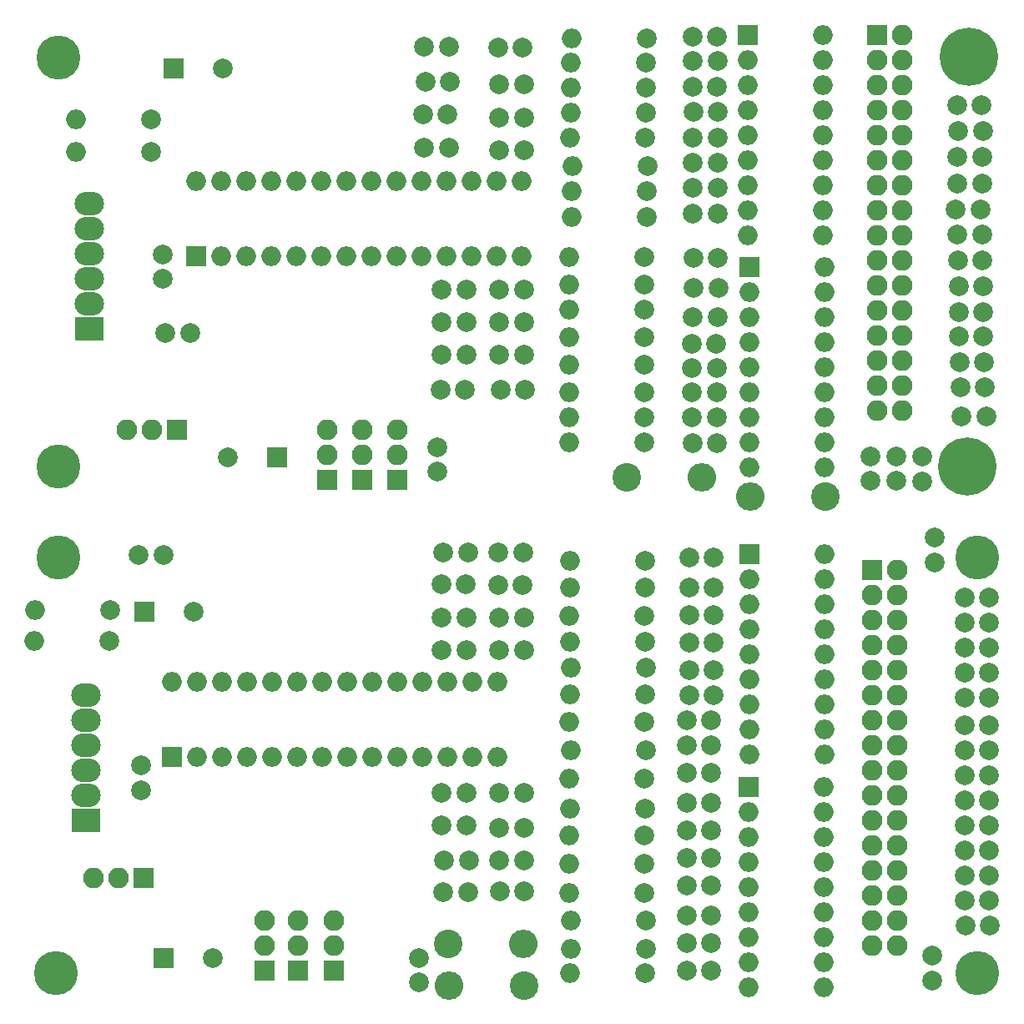
<source format=gbr>
G04 #@! TF.FileFunction,Soldermask,Bot*
%FSLAX46Y46*%
G04 Gerber Fmt 4.6, Leading zero omitted, Abs format (unit mm)*
G04 Created by KiCad (PCBNEW 4.0.7) date 09/10/18 17:49:30*
%MOMM*%
%LPD*%
G01*
G04 APERTURE LIST*
%ADD10C,0.100000*%
%ADD11C,2.000000*%
%ADD12R,2.000000X2.000000*%
%ADD13O,2.000000X2.000000*%
%ADD14R,2.100000X2.100000*%
%ADD15O,2.100000X2.100000*%
%ADD16C,4.464000*%
%ADD17C,5.900000*%
%ADD18C,2.900000*%
%ADD19O,2.900000X2.900000*%
%ADD20R,3.000000X2.400000*%
%ADD21O,3.000000X2.400000*%
G04 APERTURE END LIST*
D10*
D11*
X118618000Y-115214400D03*
X121118000Y-115214400D03*
D12*
X124714000Y-74320400D03*
D13*
X132334000Y-94640400D03*
X124714000Y-76860400D03*
X132334000Y-92100400D03*
X124714000Y-79400400D03*
X132334000Y-89560400D03*
X124714000Y-81940400D03*
X132334000Y-87020400D03*
X124714000Y-84480400D03*
X132334000Y-84480400D03*
X124714000Y-87020400D03*
X132334000Y-81940400D03*
X124714000Y-89560400D03*
X132334000Y-79400400D03*
X124714000Y-92100400D03*
X132334000Y-76860400D03*
X124714000Y-94640400D03*
X132334000Y-74320400D03*
D12*
X124561600Y-50850800D03*
D13*
X132181600Y-71170800D03*
X124561600Y-53390800D03*
X132181600Y-68630800D03*
X124561600Y-55930800D03*
X132181600Y-66090800D03*
X124561600Y-58470800D03*
X132181600Y-63550800D03*
X124561600Y-61010800D03*
X132181600Y-61010800D03*
X124561600Y-63550800D03*
X132181600Y-58470800D03*
X124561600Y-66090800D03*
X132181600Y-55930800D03*
X124561600Y-68630800D03*
X132181600Y-53390800D03*
X124561600Y-71170800D03*
X132181600Y-50850800D03*
D11*
X94234000Y-51968400D03*
X91734000Y-51968400D03*
X101727000Y-52095400D03*
X99227000Y-52095400D03*
X94361000Y-55524400D03*
X91861000Y-55524400D03*
X101854000Y-55778400D03*
X99354000Y-55778400D03*
X94107000Y-58826400D03*
X91607000Y-58826400D03*
X101854000Y-59207400D03*
X99354000Y-59207400D03*
X94234000Y-62255400D03*
X91734000Y-62255400D03*
X101854000Y-62509400D03*
X99354000Y-62509400D03*
D12*
X76835000Y-93624400D03*
D11*
X71835000Y-93624400D03*
D14*
X88963500Y-95973900D03*
D15*
X88963500Y-93433900D03*
X88963500Y-90893900D03*
D14*
X85407500Y-95973900D03*
D15*
X85407500Y-93433900D03*
X85407500Y-90893900D03*
D14*
X66608960Y-90860880D03*
D15*
X64068960Y-90860880D03*
X61528960Y-90860880D03*
D11*
X63982600Y-59400440D03*
D13*
X56362600Y-59400440D03*
D16*
X54632000Y-53076400D03*
X54632000Y-94576400D03*
D17*
X147000000Y-53000000D03*
D11*
X63982600Y-62697360D03*
D13*
X56362600Y-62697360D03*
D11*
X67970400Y-81026000D03*
X65470400Y-81026000D03*
X65227200Y-75539600D03*
X65227200Y-73039600D03*
X101854000Y-79908400D03*
X99354000Y-79908400D03*
X96012000Y-79908400D03*
X93512000Y-79908400D03*
X118948200Y-50939700D03*
X121448200Y-50939700D03*
X101854000Y-83210400D03*
X99354000Y-83210400D03*
X118986300Y-53454300D03*
X121486300Y-53454300D03*
X96012000Y-83210400D03*
X93512000Y-83210400D03*
X118948200Y-56083200D03*
X121448200Y-56083200D03*
X101981000Y-86766400D03*
X99481000Y-86766400D03*
D14*
X81851500Y-95910400D03*
D15*
X81851500Y-93370400D03*
X81851500Y-90830400D03*
D12*
X68564760Y-73258680D03*
D13*
X101584760Y-65638680D03*
X71104760Y-73258680D03*
X99044760Y-65638680D03*
X73644760Y-73258680D03*
X96504760Y-65638680D03*
X76184760Y-73258680D03*
X93964760Y-65638680D03*
X78724760Y-73258680D03*
X91424760Y-65638680D03*
X81264760Y-73258680D03*
X88884760Y-65638680D03*
X83804760Y-73258680D03*
X86344760Y-65638680D03*
X86344760Y-73258680D03*
X83804760Y-65638680D03*
X88884760Y-73258680D03*
X81264760Y-65638680D03*
X91424760Y-73258680D03*
X78724760Y-65638680D03*
X93964760Y-73258680D03*
X76184760Y-65638680D03*
X96504760Y-73258680D03*
X73644760Y-65638680D03*
X99044760Y-73258680D03*
X71104760Y-65638680D03*
X101584760Y-73258680D03*
X68564760Y-65638680D03*
D11*
X114330480Y-51130200D03*
D13*
X106710480Y-51130200D03*
D11*
X114261900Y-53644800D03*
D13*
X106641900Y-53644800D03*
D11*
X114261900Y-56121300D03*
D13*
X106641900Y-56121300D03*
D11*
X114218720Y-58701940D03*
D13*
X106598720Y-58701940D03*
D11*
X114185700Y-61188600D03*
D13*
X106565700Y-61188600D03*
D11*
X114376200Y-64084200D03*
D13*
X106756200Y-64084200D03*
D11*
X114274600Y-66664840D03*
D13*
X106654600Y-66664840D03*
D11*
X114300000Y-69265800D03*
D13*
X106680000Y-69265800D03*
D11*
X114046000Y-73304400D03*
D13*
X106426000Y-73304400D03*
D11*
X114046000Y-76098400D03*
D13*
X106426000Y-76098400D03*
D11*
X114046000Y-78638400D03*
D13*
X106426000Y-78638400D03*
D11*
X114046000Y-81432400D03*
D13*
X106426000Y-81432400D03*
D11*
X114046000Y-84226400D03*
D13*
X106426000Y-84226400D03*
D11*
X114046000Y-89560400D03*
D13*
X106426000Y-89560400D03*
D11*
X114046000Y-92100400D03*
D13*
X106426000Y-92100400D03*
D18*
X112268000Y-95656400D03*
D19*
X119888000Y-95656400D03*
D11*
X114046000Y-87020400D03*
D13*
X106426000Y-87020400D03*
D14*
X137693400Y-50800000D03*
D15*
X140233400Y-50800000D03*
X137693400Y-53340000D03*
X140233400Y-53340000D03*
X137693400Y-55880000D03*
X140233400Y-55880000D03*
X137693400Y-58420000D03*
X140233400Y-58420000D03*
X137693400Y-60960000D03*
X140233400Y-60960000D03*
X137693400Y-63500000D03*
X140233400Y-63500000D03*
X137693400Y-66040000D03*
X140233400Y-66040000D03*
X137693400Y-68580000D03*
X140233400Y-68580000D03*
X137693400Y-71120000D03*
X140233400Y-71120000D03*
X137693400Y-73660000D03*
X140233400Y-73660000D03*
X137693400Y-76200000D03*
X140233400Y-76200000D03*
X137693400Y-78740000D03*
X140233400Y-78740000D03*
X137693400Y-81280000D03*
X140233400Y-81280000D03*
X137693400Y-83820000D03*
X140233400Y-83820000D03*
X137693400Y-86360000D03*
X140233400Y-86360000D03*
X137693400Y-88900000D03*
X140233400Y-88900000D03*
D20*
X57779920Y-80634840D03*
D21*
X57779920Y-78094840D03*
X57779920Y-75554840D03*
X57779920Y-73014840D03*
X57779920Y-70474840D03*
X57779920Y-67934840D03*
D12*
X66319400Y-54229000D03*
D11*
X71319400Y-54229000D03*
X96012000Y-76606400D03*
X93512000Y-76606400D03*
X119024400Y-58635900D03*
X121524400Y-58635900D03*
X95885000Y-86766400D03*
X93385000Y-86766400D03*
X118999000Y-61244480D03*
X121499000Y-61244480D03*
X118999000Y-63789560D03*
X121499000Y-63789560D03*
X118968520Y-66273680D03*
X121468520Y-66273680D03*
X118968520Y-68955920D03*
X121468520Y-68955920D03*
X119014240Y-73436480D03*
X121514240Y-73436480D03*
X119054880Y-76443840D03*
X121554880Y-76443840D03*
X118973600Y-79400400D03*
X121473600Y-79400400D03*
X118872000Y-82105500D03*
X121372000Y-82105500D03*
X118917720Y-84612480D03*
X121417720Y-84612480D03*
X118910100Y-87058500D03*
X121410100Y-87058500D03*
X118910100Y-89573100D03*
X121410100Y-89573100D03*
X118943120Y-92232480D03*
X121443120Y-92232480D03*
X145796000Y-57937400D03*
X148296000Y-57937400D03*
X145897600Y-60528200D03*
X148397600Y-60528200D03*
X145846800Y-63195200D03*
X148346800Y-63195200D03*
D17*
X146812000Y-94615000D03*
D18*
X132400040Y-97652840D03*
D19*
X124780040Y-97652840D03*
D11*
X93091000Y-92608400D03*
X93091000Y-95108400D03*
X101854000Y-76606400D03*
X99354000Y-76606400D03*
X145846800Y-65887600D03*
X148346800Y-65887600D03*
X145681700Y-68503800D03*
X148181700Y-68503800D03*
X145846800Y-71081900D03*
X148346800Y-71081900D03*
X145884900Y-73647300D03*
X148384900Y-73647300D03*
X145961100Y-76276200D03*
X148461100Y-76276200D03*
X145961100Y-78905100D03*
X148461100Y-78905100D03*
X145961100Y-81381600D03*
X148461100Y-81381600D03*
X146037300Y-83972400D03*
X148537300Y-83972400D03*
X146126200Y-86563200D03*
X148626200Y-86563200D03*
X146240500Y-89522300D03*
X148740500Y-89522300D03*
X142227300Y-93573600D03*
X142227300Y-96073600D03*
X139649200Y-93548200D03*
X139649200Y-96048200D03*
X137017760Y-93543120D03*
X137017760Y-96043120D03*
X62992000Y-127406400D03*
X62992000Y-124906400D03*
X65278000Y-103530400D03*
X62778000Y-103530400D03*
X91186000Y-144424400D03*
X91186000Y-146924400D03*
D12*
X65278000Y-144424400D03*
D11*
X70278000Y-144424400D03*
D12*
X63382000Y-109326400D03*
D11*
X68382000Y-109326400D03*
X96164400Y-103327200D03*
X93664400Y-103327200D03*
X101752400Y-103327200D03*
X99252400Y-103327200D03*
X95961200Y-106527600D03*
X93461200Y-106527600D03*
X101701600Y-106578400D03*
X99201600Y-106578400D03*
X96012000Y-109931200D03*
X93512000Y-109931200D03*
X101854000Y-109880400D03*
X99354000Y-109880400D03*
X96012000Y-113182400D03*
X93512000Y-113182400D03*
X101854000Y-113182400D03*
X99354000Y-113182400D03*
X101854000Y-127660400D03*
X99354000Y-127660400D03*
X96012000Y-127660400D03*
X93512000Y-127660400D03*
X101854000Y-131216400D03*
X99354000Y-131216400D03*
X96012000Y-130962400D03*
X93512000Y-130962400D03*
X118618000Y-103784400D03*
X121118000Y-103784400D03*
X101854000Y-134518400D03*
X99354000Y-134518400D03*
X118618000Y-106832400D03*
X121118000Y-106832400D03*
X96266000Y-134518400D03*
X93766000Y-134518400D03*
X118618000Y-109626400D03*
X121118000Y-109626400D03*
X101904800Y-137718800D03*
X99404800Y-137718800D03*
X118618000Y-112420400D03*
X121118000Y-112420400D03*
X96164400Y-137769600D03*
X93664400Y-137769600D03*
X118618000Y-117754400D03*
X121118000Y-117754400D03*
X118364000Y-120294400D03*
X120864000Y-120294400D03*
X118364000Y-122834400D03*
X120864000Y-122834400D03*
X118364000Y-125628400D03*
X120864000Y-125628400D03*
X118364000Y-128676400D03*
X120864000Y-128676400D03*
X118364000Y-131470400D03*
X120864000Y-131470400D03*
X118364000Y-134264400D03*
X120864000Y-134264400D03*
X118364000Y-137058400D03*
X120864000Y-137058400D03*
X118364000Y-140106400D03*
X120864000Y-140106400D03*
X118364000Y-142900400D03*
X120864000Y-142900400D03*
X118364000Y-145694400D03*
X120864000Y-145694400D03*
X143510000Y-104292400D03*
X143510000Y-101792400D03*
X146558000Y-107848400D03*
X149058000Y-107848400D03*
X146558000Y-110388400D03*
X149058000Y-110388400D03*
X146558000Y-112928400D03*
X149058000Y-112928400D03*
X146558000Y-115468400D03*
X149058000Y-115468400D03*
X146558000Y-118008400D03*
X149058000Y-118008400D03*
X146558000Y-120802400D03*
X149058000Y-120802400D03*
X146558000Y-123342400D03*
X149058000Y-123342400D03*
X146558000Y-125882400D03*
X149058000Y-125882400D03*
X146558000Y-128422400D03*
X149058000Y-128422400D03*
X146558000Y-130962400D03*
X149058000Y-130962400D03*
X146558000Y-133502400D03*
X149058000Y-133502400D03*
X146558000Y-136042400D03*
X149058000Y-136042400D03*
X146558000Y-138582400D03*
X149058000Y-138582400D03*
X146629120Y-141183360D03*
X149129120Y-141183360D03*
X143256000Y-146710400D03*
X143256000Y-144210400D03*
D20*
X57404000Y-130454400D03*
D21*
X57404000Y-127914400D03*
X57404000Y-125374400D03*
X57404000Y-122834400D03*
X57404000Y-120294400D03*
X57404000Y-117754400D03*
D16*
X54610000Y-103784400D03*
X54356000Y-145948400D03*
X147828000Y-103784400D03*
D14*
X137160000Y-105054400D03*
D15*
X139700000Y-105054400D03*
X137160000Y-107594400D03*
X139700000Y-107594400D03*
X137160000Y-110134400D03*
X139700000Y-110134400D03*
X137160000Y-112674400D03*
X139700000Y-112674400D03*
X137160000Y-115214400D03*
X139700000Y-115214400D03*
X137160000Y-117754400D03*
X139700000Y-117754400D03*
X137160000Y-120294400D03*
X139700000Y-120294400D03*
X137160000Y-122834400D03*
X139700000Y-122834400D03*
X137160000Y-125374400D03*
X139700000Y-125374400D03*
X137160000Y-127914400D03*
X139700000Y-127914400D03*
X137160000Y-130454400D03*
X139700000Y-130454400D03*
X137160000Y-132994400D03*
X139700000Y-132994400D03*
X137160000Y-135534400D03*
X139700000Y-135534400D03*
X137160000Y-138074400D03*
X139700000Y-138074400D03*
X137160000Y-140614400D03*
X139700000Y-140614400D03*
X137160000Y-143154400D03*
X139700000Y-143154400D03*
D16*
X147828000Y-145948400D03*
D14*
X82550000Y-145694400D03*
D15*
X82550000Y-143154400D03*
X82550000Y-140614400D03*
D14*
X78952000Y-145692400D03*
D15*
X78952000Y-143152400D03*
X78952000Y-140612400D03*
D14*
X63246000Y-136296400D03*
D15*
X60706000Y-136296400D03*
X58166000Y-136296400D03*
D14*
X75552000Y-145692400D03*
D15*
X75552000Y-143152400D03*
X75552000Y-140612400D03*
D11*
X114132000Y-104126400D03*
D13*
X106512000Y-104126400D03*
D11*
X114182000Y-106876400D03*
D13*
X106562000Y-106876400D03*
D11*
X114082000Y-109726400D03*
D13*
X106462000Y-109726400D03*
D11*
X114182000Y-112376400D03*
D13*
X106562000Y-112376400D03*
D11*
X114232000Y-114976400D03*
D13*
X106612000Y-114976400D03*
D11*
X114132000Y-117726400D03*
D13*
X106512000Y-117726400D03*
D11*
X114032000Y-120526400D03*
D13*
X106412000Y-120526400D03*
D11*
X114232000Y-123376400D03*
D13*
X106612000Y-123376400D03*
D11*
X114082000Y-126226400D03*
D13*
X106462000Y-126226400D03*
D11*
X114152000Y-129256400D03*
D13*
X106532000Y-129256400D03*
D11*
X114082000Y-131976400D03*
D13*
X106462000Y-131976400D03*
D11*
X114062000Y-134856400D03*
D13*
X106442000Y-134856400D03*
D11*
X114082000Y-137876400D03*
D13*
X106462000Y-137876400D03*
D11*
X114232000Y-140636400D03*
D13*
X106612000Y-140636400D03*
D11*
X114222000Y-143526400D03*
D13*
X106602000Y-143526400D03*
D11*
X114182000Y-145996400D03*
D13*
X106562000Y-145996400D03*
D18*
X94183200Y-143027400D03*
D19*
X101803200Y-143027400D03*
D18*
X101854000Y-147218400D03*
D19*
X94234000Y-147218400D03*
D11*
X59791600Y-112268000D03*
D13*
X52171600Y-112268000D03*
D11*
X59842400Y-109169200D03*
D13*
X52222400Y-109169200D03*
D12*
X66132000Y-124076400D03*
D13*
X99152000Y-116456400D03*
X68672000Y-124076400D03*
X96612000Y-116456400D03*
X71212000Y-124076400D03*
X94072000Y-116456400D03*
X73752000Y-124076400D03*
X91532000Y-116456400D03*
X76292000Y-124076400D03*
X88992000Y-116456400D03*
X78832000Y-124076400D03*
X86452000Y-116456400D03*
X81372000Y-124076400D03*
X83912000Y-116456400D03*
X83912000Y-124076400D03*
X81372000Y-116456400D03*
X86452000Y-124076400D03*
X78832000Y-116456400D03*
X88992000Y-124076400D03*
X76292000Y-116456400D03*
X91532000Y-124076400D03*
X73752000Y-116456400D03*
X94072000Y-124076400D03*
X71212000Y-116456400D03*
X96612000Y-124076400D03*
X68672000Y-116456400D03*
X99152000Y-124076400D03*
X66132000Y-116456400D03*
D12*
X124739400Y-103479600D03*
D13*
X132359400Y-123799600D03*
X124739400Y-106019600D03*
X132359400Y-121259600D03*
X124739400Y-108559600D03*
X132359400Y-118719600D03*
X124739400Y-111099600D03*
X132359400Y-116179600D03*
X124739400Y-113639600D03*
X132359400Y-113639600D03*
X124739400Y-116179600D03*
X132359400Y-111099600D03*
X124739400Y-118719600D03*
X132359400Y-108559600D03*
X124739400Y-121259600D03*
X132359400Y-106019600D03*
X124739400Y-123799600D03*
X132359400Y-103479600D03*
D12*
X124632000Y-127076400D03*
D13*
X132252000Y-147396400D03*
X124632000Y-129616400D03*
X132252000Y-144856400D03*
X124632000Y-132156400D03*
X132252000Y-142316400D03*
X124632000Y-134696400D03*
X132252000Y-139776400D03*
X124632000Y-137236400D03*
X132252000Y-137236400D03*
X124632000Y-139776400D03*
X132252000Y-134696400D03*
X124632000Y-142316400D03*
X132252000Y-132156400D03*
X124632000Y-144856400D03*
X132252000Y-129616400D03*
X124632000Y-147396400D03*
X132252000Y-127076400D03*
M02*

</source>
